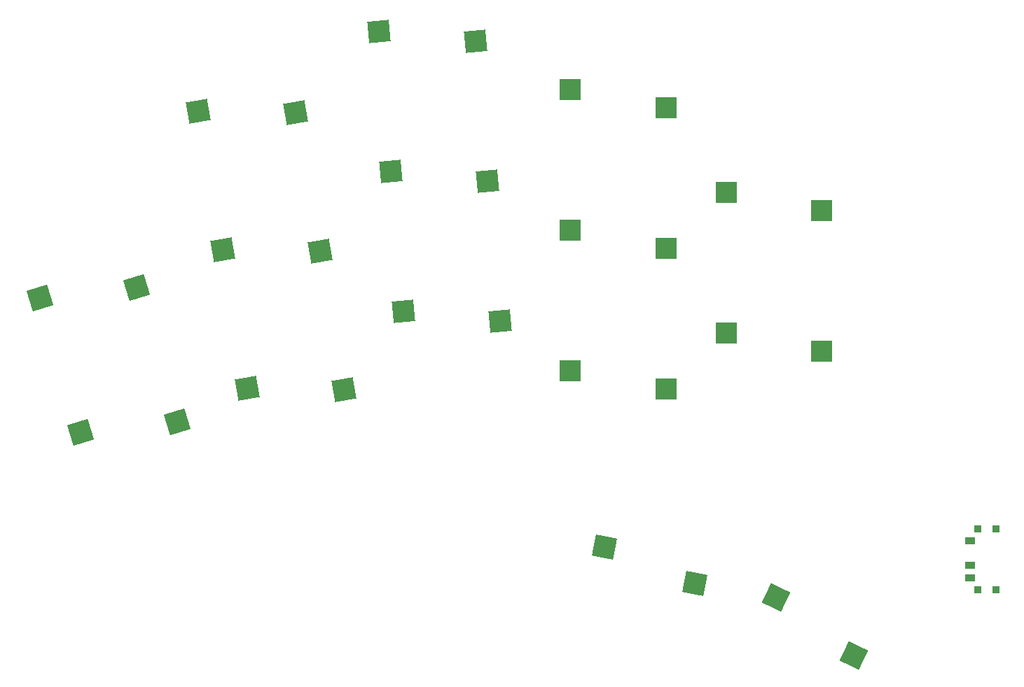
<source format=gbp>
%TF.GenerationSoftware,KiCad,Pcbnew,(6.0.4)*%
%TF.CreationDate,2022-05-15T18:09:05+02:00*%
%TF.ProjectId,battoota,62617474-6f6f-4746-912e-6b696361645f,v1.0.0*%
%TF.SameCoordinates,Original*%
%TF.FileFunction,Paste,Bot*%
%TF.FilePolarity,Positive*%
%FSLAX46Y46*%
G04 Gerber Fmt 4.6, Leading zero omitted, Abs format (unit mm)*
G04 Created by KiCad (PCBNEW (6.0.4)) date 2022-05-15 18:09:05*
%MOMM*%
%LPD*%
G01*
G04 APERTURE LIST*
G04 Aperture macros list*
%AMRotRect*
0 Rectangle, with rotation*
0 The origin of the aperture is its center*
0 $1 length*
0 $2 width*
0 $3 Rotation angle, in degrees counterclockwise*
0 Add horizontal line*
21,1,$1,$2,0,0,$3*%
G04 Aperture macros list end*
%ADD10RotRect,2.600000X2.600000X10.000000*%
%ADD11RotRect,2.600000X2.600000X5.000000*%
%ADD12R,2.600000X2.600000*%
%ADD13RotRect,2.600000X2.600000X334.000000*%
%ADD14R,0.900000X0.900000*%
%ADD15R,1.250000X0.900000*%
%ADD16RotRect,2.600000X2.600000X17.000000*%
%ADD17RotRect,2.600000X2.600000X349.000000*%
G04 APERTURE END LIST*
D10*
%TO.C,S11*%
X67128658Y110035975D03*
X78885213Y109875035D03*
%TD*%
D11*
%TO.C,S15*%
X90440529Y102756090D03*
X102138320Y101571111D03*
%TD*%
D12*
%TO.C,S21*%
X112136087Y95636017D03*
X123686087Y93436017D03*
%TD*%
%TO.C,S29*%
X130943280Y100228852D03*
X142493280Y98028852D03*
%TD*%
D13*
%TO.C,S33*%
X136989968Y51231658D03*
X146406623Y44191124D03*
%TD*%
D10*
%TO.C,S7*%
X73032696Y76552511D03*
X84789251Y76391571D03*
%TD*%
D14*
%TO.C,T2*%
X163600140Y52144619D03*
X163600140Y59544619D03*
X161400140Y52144619D03*
X161400140Y59544619D03*
D15*
X160425140Y58094619D03*
X160425140Y55094619D03*
X160425140Y53594619D03*
%TD*%
D16*
%TO.C,S5*%
X47970749Y87462459D03*
X59659287Y88735482D03*
%TD*%
D12*
%TO.C,S27*%
X130943280Y83228852D03*
X142493280Y81028852D03*
%TD*%
D10*
%TO.C,S9*%
X70080677Y93294243D03*
X81837232Y93133303D03*
%TD*%
D11*
%TO.C,S13*%
X91922177Y85820780D03*
X103619968Y84635801D03*
%TD*%
%TO.C,S17*%
X88958882Y119691400D03*
X100656673Y118506421D03*
%TD*%
D17*
%TO.C,S31*%
X116217625Y57280452D03*
X127135640Y52917029D03*
%TD*%
D16*
%TO.C,S3*%
X52941068Y71205278D03*
X64629606Y72478301D03*
%TD*%
D12*
%TO.C,S23*%
X112136087Y112636017D03*
X123686087Y110436017D03*
%TD*%
%TO.C,S19*%
X112136087Y78636017D03*
X123686087Y76436017D03*
%TD*%
M02*

</source>
